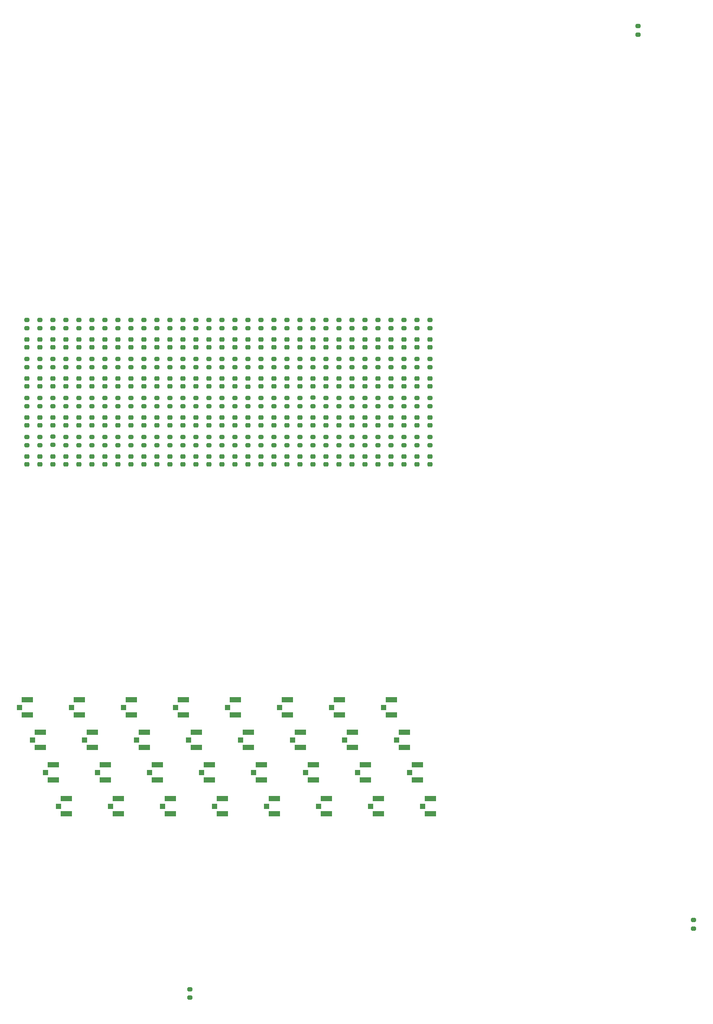
<source format=gtp>
G04 #@! TF.GenerationSoftware,KiCad,Pcbnew,(6.0.2)*
G04 #@! TF.CreationDate,2022-07-06T14:10:19-04:00*
G04 #@! TF.ProjectId,FilterMotherboard,46696c74-6572-44d6-9f74-686572626f61,rev?*
G04 #@! TF.SameCoordinates,Original*
G04 #@! TF.FileFunction,Paste,Top*
G04 #@! TF.FilePolarity,Positive*
%FSLAX46Y46*%
G04 Gerber Fmt 4.6, Leading zero omitted, Abs format (unit mm)*
G04 Created by KiCad (PCBNEW (6.0.2)) date 2022-07-06 14:10:19*
%MOMM*%
%LPD*%
G01*
G04 APERTURE LIST*
G04 Aperture macros list*
%AMRoundRect*
0 Rectangle with rounded corners*
0 $1 Rounding radius*
0 $2 $3 $4 $5 $6 $7 $8 $9 X,Y pos of 4 corners*
0 Add a 4 corners polygon primitive as box body*
4,1,4,$2,$3,$4,$5,$6,$7,$8,$9,$2,$3,0*
0 Add four circle primitives for the rounded corners*
1,1,$1+$1,$2,$3*
1,1,$1+$1,$4,$5*
1,1,$1+$1,$6,$7*
1,1,$1+$1,$8,$9*
0 Add four rect primitives between the rounded corners*
20,1,$1+$1,$2,$3,$4,$5,0*
20,1,$1+$1,$4,$5,$6,$7,0*
20,1,$1+$1,$6,$7,$8,$9,0*
20,1,$1+$1,$8,$9,$2,$3,0*%
G04 Aperture macros list end*
%ADD10R,2.200000X1.050000*%
%ADD11R,1.050000X1.000000*%
%ADD12RoundRect,0.225000X0.250000X-0.225000X0.250000X0.225000X-0.250000X0.225000X-0.250000X-0.225000X0*%
%ADD13RoundRect,0.200000X0.275000X-0.200000X0.275000X0.200000X-0.275000X0.200000X-0.275000X-0.200000X0*%
%ADD14RoundRect,0.200000X-0.275000X0.200000X-0.275000X-0.200000X0.275000X-0.200000X0.275000X0.200000X0*%
G04 APERTURE END LIST*
D10*
X76310000Y-156202040D03*
X76310000Y-159152040D03*
D11*
X74785000Y-157677040D03*
D12*
X76200000Y-75705000D03*
X76200000Y-74155000D03*
D13*
X81280000Y-87185000D03*
X81280000Y-85535000D03*
X48260000Y-79565000D03*
X48260000Y-77915000D03*
D10*
X73770000Y-149596000D03*
X73770000Y-152546000D03*
D11*
X72245000Y-151071000D03*
D12*
X83820000Y-75705000D03*
X83820000Y-74155000D03*
D13*
X76200000Y-87185000D03*
X76200000Y-85535000D03*
X20320000Y-64325000D03*
X20320000Y-62675000D03*
X66040000Y-79565000D03*
X66040000Y-77915000D03*
D12*
X33020000Y-90945000D03*
X33020000Y-89395000D03*
D13*
X15240000Y-71945000D03*
X15240000Y-70295000D03*
D12*
X40640000Y-68085000D03*
X40640000Y-66535000D03*
X86360000Y-75705000D03*
X86360000Y-74155000D03*
X27940000Y-90945000D03*
X27940000Y-89395000D03*
X15240000Y-90945000D03*
X15240000Y-89395000D03*
D13*
X78740000Y-79565000D03*
X78740000Y-77915000D03*
X12700000Y-87135000D03*
X12700000Y-85485000D03*
D12*
X7620000Y-90945000D03*
X7620000Y-89395000D03*
D13*
X63500000Y-71945000D03*
X63500000Y-70295000D03*
X71120000Y-79565000D03*
X71120000Y-77915000D03*
D12*
X43180000Y-75705000D03*
X43180000Y-74155000D03*
X60960000Y-75705000D03*
X60960000Y-74155000D03*
D13*
X33020000Y-71945000D03*
X33020000Y-70295000D03*
D12*
X55880000Y-83325000D03*
X55880000Y-81775000D03*
D13*
X7620000Y-64325000D03*
X7620000Y-62675000D03*
X17780000Y-71945000D03*
X17780000Y-70295000D03*
D10*
X30590000Y-143246000D03*
X30590000Y-146196000D03*
D11*
X29065000Y-144721000D03*
D12*
X27940000Y-75705000D03*
X27940000Y-74155000D03*
D13*
X22860000Y-87185000D03*
X22860000Y-85535000D03*
D12*
X40640000Y-75705000D03*
X40640000Y-74155000D03*
D13*
X55880000Y-71945000D03*
X55880000Y-70295000D03*
D12*
X35560000Y-68085000D03*
X35560000Y-66535000D03*
X81280000Y-75705000D03*
X81280000Y-74155000D03*
X53340000Y-83325000D03*
X53340000Y-81775000D03*
D13*
X81280000Y-71945000D03*
X81280000Y-70295000D03*
X83820000Y-87185000D03*
X83820000Y-85535000D03*
X17780000Y-87185000D03*
X17780000Y-85535000D03*
D12*
X30480000Y-90945000D03*
X30480000Y-89395000D03*
X68580000Y-75705000D03*
X68580000Y-74155000D03*
X45720000Y-83325000D03*
X45720000Y-81775000D03*
D13*
X86360000Y-64325000D03*
X86360000Y-62675000D03*
D12*
X58420000Y-83325000D03*
X58420000Y-81775000D03*
X78740000Y-83325000D03*
X78740000Y-81775000D03*
D13*
X40640000Y-79565000D03*
X40640000Y-77915000D03*
D12*
X63500000Y-75705000D03*
X63500000Y-74155000D03*
D13*
X30480000Y-79565000D03*
X30480000Y-77915000D03*
D12*
X73660000Y-68085000D03*
X73660000Y-66535000D03*
D10*
X71230000Y-143246000D03*
X71230000Y-146196000D03*
D11*
X69705000Y-144721000D03*
D13*
X22860000Y-71945000D03*
X22860000Y-70295000D03*
D12*
X35560000Y-75705000D03*
X35560000Y-74155000D03*
D13*
X22860000Y-79565000D03*
X22860000Y-77915000D03*
D12*
X43180000Y-83325000D03*
X43180000Y-81775000D03*
X7620000Y-75705000D03*
X7620000Y-74155000D03*
D13*
X38100000Y-79565000D03*
X38100000Y-77915000D03*
D12*
X73660000Y-75705000D03*
X73660000Y-74155000D03*
X27940000Y-68085000D03*
X27940000Y-66535000D03*
D13*
X27940000Y-64325000D03*
X27940000Y-62675000D03*
X60960000Y-79565000D03*
X60960000Y-77915000D03*
D12*
X17780000Y-90945000D03*
X17780000Y-89395000D03*
D10*
X12810000Y-149596000D03*
X12810000Y-152546000D03*
D11*
X11285000Y-151071000D03*
D13*
X71120000Y-64325000D03*
X71120000Y-62675000D03*
X7620000Y-79565000D03*
X7620000Y-77915000D03*
D12*
X38100000Y-90945000D03*
X38100000Y-89395000D03*
D13*
X38100000Y-87185000D03*
X38100000Y-85535000D03*
X38100000Y-64325000D03*
X38100000Y-62675000D03*
X66040000Y-87185000D03*
X66040000Y-85535000D03*
X66040000Y-71945000D03*
X66040000Y-70295000D03*
D12*
X7620000Y-83325000D03*
X7620000Y-81775000D03*
X33020000Y-83325000D03*
X33020000Y-81775000D03*
D13*
X15240000Y-79565000D03*
X15240000Y-77915000D03*
D10*
X66150000Y-156202040D03*
X66150000Y-159152040D03*
D11*
X64625000Y-157677040D03*
D12*
X63500000Y-90945000D03*
X63500000Y-89395000D03*
D13*
X78740000Y-64325000D03*
X78740000Y-62675000D03*
D12*
X60960000Y-90945000D03*
X60960000Y-89395000D03*
X15240000Y-68085000D03*
X15240000Y-66535000D03*
D13*
X45720000Y-79565000D03*
X45720000Y-77915000D03*
X78740000Y-87185000D03*
X78740000Y-85535000D03*
D12*
X10160000Y-68085000D03*
X10160000Y-66535000D03*
X45720000Y-90945000D03*
X45720000Y-89395000D03*
X76200000Y-90945000D03*
X76200000Y-89395000D03*
D13*
X25400000Y-64325000D03*
X25400000Y-62675000D03*
X43180000Y-79565000D03*
X43180000Y-77915000D03*
X30480000Y-71945000D03*
X30480000Y-70295000D03*
D12*
X78740000Y-90945000D03*
X78740000Y-89395000D03*
D10*
X35670000Y-156202040D03*
X35670000Y-159152040D03*
D11*
X34145000Y-157677040D03*
D12*
X7620000Y-68085000D03*
X7620000Y-66535000D03*
X27940000Y-83325000D03*
X27940000Y-81775000D03*
D13*
X35560000Y-64325000D03*
X35560000Y-62675000D03*
X12700000Y-71945000D03*
X12700000Y-70295000D03*
D12*
X17780000Y-83325000D03*
X17780000Y-81775000D03*
D13*
X48260000Y-87185000D03*
X48260000Y-85535000D03*
X58420000Y-64325000D03*
X58420000Y-62675000D03*
D12*
X30480000Y-75705000D03*
X30480000Y-74155000D03*
X81280000Y-68085000D03*
X81280000Y-66535000D03*
X71120000Y-83325000D03*
X71120000Y-81775000D03*
D13*
X60960000Y-87185000D03*
X60960000Y-85535000D03*
X50800000Y-71945000D03*
X50800000Y-70295000D03*
D12*
X66040000Y-90945000D03*
X66040000Y-89395000D03*
D13*
X35560000Y-71945000D03*
X35560000Y-70295000D03*
X63500000Y-64325000D03*
X63500000Y-62675000D03*
D12*
X20320000Y-68085000D03*
X20320000Y-66535000D03*
D13*
X45720000Y-64325000D03*
X45720000Y-62675000D03*
D10*
X7730000Y-136898045D03*
X7730000Y-139848045D03*
D11*
X6205000Y-138373045D03*
D14*
X39446941Y-193401965D03*
X39446941Y-195051965D03*
D12*
X45720000Y-68085000D03*
X45720000Y-66535000D03*
D13*
X83820000Y-71945000D03*
X83820000Y-70295000D03*
D10*
X68690000Y-136898040D03*
X68690000Y-139848040D03*
D11*
X67165000Y-138373040D03*
D12*
X22860000Y-68085000D03*
X22860000Y-66535000D03*
X25400000Y-75705000D03*
X25400000Y-74155000D03*
X33020000Y-75705000D03*
X33020000Y-74155000D03*
X38100000Y-68085000D03*
X38100000Y-66535000D03*
X48260000Y-75705000D03*
X48260000Y-74155000D03*
D10*
X20430000Y-143246000D03*
X20430000Y-146196000D03*
D11*
X18905000Y-144721000D03*
D12*
X66040000Y-68085000D03*
X66040000Y-66535000D03*
D13*
X73660000Y-71945000D03*
X73660000Y-70295000D03*
D12*
X58420000Y-90945000D03*
X58420000Y-89395000D03*
D14*
X127000000Y-5350000D03*
X127000000Y-7000000D03*
D12*
X38100000Y-83325000D03*
X38100000Y-81775000D03*
D10*
X81390000Y-143246000D03*
X81390000Y-146196000D03*
D11*
X79865000Y-144721000D03*
D12*
X68580000Y-68085000D03*
X68580000Y-66535000D03*
X10160000Y-75705000D03*
X10160000Y-74155000D03*
D10*
X15350000Y-156202040D03*
X15350000Y-159152040D03*
D11*
X13825000Y-157677040D03*
D12*
X68580000Y-83325000D03*
X68580000Y-81775000D03*
X22860000Y-83325000D03*
X22860000Y-81775000D03*
X40640000Y-83325000D03*
X40640000Y-81775000D03*
D13*
X25400000Y-71945000D03*
X25400000Y-70295000D03*
D12*
X83820000Y-68085000D03*
X83820000Y-66535000D03*
X86360000Y-83325000D03*
X86360000Y-81775000D03*
D13*
X27940000Y-79565000D03*
X27940000Y-77915000D03*
D12*
X86360000Y-90945000D03*
X86360000Y-89395000D03*
D10*
X61070000Y-143246000D03*
X61070000Y-146196000D03*
D11*
X59545000Y-144721000D03*
D13*
X27940000Y-71945000D03*
X27940000Y-70295000D03*
X58420000Y-87185000D03*
X58420000Y-85535000D03*
D12*
X53340000Y-68085000D03*
X53340000Y-66535000D03*
X78740000Y-68085000D03*
X78740000Y-66535000D03*
X81280000Y-83325000D03*
X81280000Y-81775000D03*
D13*
X17780000Y-79565000D03*
X17780000Y-77915000D03*
X25400000Y-79565000D03*
X25400000Y-77915000D03*
D12*
X48260000Y-68085000D03*
X48260000Y-66535000D03*
X12700000Y-68085000D03*
X12700000Y-66535000D03*
D13*
X10160000Y-87185000D03*
X10160000Y-85535000D03*
X25400000Y-87185000D03*
X25400000Y-85535000D03*
X86360000Y-79565000D03*
X86360000Y-77915000D03*
X86360000Y-87185000D03*
X86360000Y-85535000D03*
D12*
X76200000Y-83325000D03*
X76200000Y-81775000D03*
D13*
X81280000Y-64325000D03*
X81280000Y-62675000D03*
X38100000Y-71945000D03*
X38100000Y-70295000D03*
X43180000Y-87185000D03*
X43180000Y-85535000D03*
D10*
X28050000Y-136898040D03*
X28050000Y-139848040D03*
D11*
X26525000Y-138373040D03*
D13*
X33020000Y-87185000D03*
X33020000Y-85535000D03*
D12*
X12700000Y-83325000D03*
X12700000Y-81775000D03*
X12700000Y-90945000D03*
X12700000Y-89395000D03*
D13*
X10160000Y-64325000D03*
X10160000Y-62675000D03*
D12*
X33020000Y-68085000D03*
X33020000Y-66535000D03*
X43180000Y-68085000D03*
X43180000Y-66535000D03*
D13*
X50800000Y-87185000D03*
X50800000Y-85535000D03*
D12*
X55880000Y-90945000D03*
X55880000Y-89395000D03*
X20320000Y-75705000D03*
X20320000Y-74155000D03*
X38100000Y-75705000D03*
X38100000Y-74155000D03*
D13*
X83820000Y-79565000D03*
X83820000Y-77915000D03*
D10*
X17890000Y-136898040D03*
X17890000Y-139848040D03*
D11*
X16365000Y-138373040D03*
D12*
X48260000Y-90945000D03*
X48260000Y-89395000D03*
D13*
X55880000Y-79565000D03*
X55880000Y-77915000D03*
D12*
X71120000Y-75705000D03*
X71120000Y-74155000D03*
X73660000Y-90945000D03*
X73660000Y-89395000D03*
X22860000Y-90945000D03*
X22860000Y-89395000D03*
X48260000Y-83325000D03*
X48260000Y-81775000D03*
X83820000Y-90945000D03*
X83820000Y-89395000D03*
D13*
X73660000Y-87185000D03*
X73660000Y-85535000D03*
X33020000Y-79565000D03*
X33020000Y-77915000D03*
D10*
X33130000Y-149596000D03*
X33130000Y-152546000D03*
D11*
X31605000Y-151071000D03*
D13*
X12700000Y-64325000D03*
X12700000Y-62675000D03*
X63500000Y-79535000D03*
X63500000Y-77885000D03*
X83820000Y-64325000D03*
X83820000Y-62675000D03*
X60960000Y-64325000D03*
X60960000Y-62675000D03*
X58420000Y-71945000D03*
X58420000Y-70295000D03*
D12*
X17780000Y-75705000D03*
X17780000Y-74155000D03*
D13*
X40640000Y-71945000D03*
X40640000Y-70295000D03*
D12*
X53340000Y-75705000D03*
X53340000Y-74155000D03*
D13*
X53340000Y-71945000D03*
X53340000Y-70295000D03*
D12*
X20320000Y-90945000D03*
X20320000Y-89395000D03*
D13*
X27940000Y-87185000D03*
X27940000Y-85535000D03*
D10*
X53450000Y-149596000D03*
X53450000Y-152546000D03*
D11*
X51925000Y-151071000D03*
D10*
X40750000Y-143246000D03*
X40750000Y-146196000D03*
D11*
X39225000Y-144721000D03*
D12*
X17780000Y-68085000D03*
X17780000Y-66535000D03*
X66040000Y-83325000D03*
X66040000Y-81775000D03*
D13*
X55880000Y-64325000D03*
X55880000Y-62675000D03*
D12*
X60960000Y-68085000D03*
X60960000Y-66535000D03*
D13*
X68580000Y-64325000D03*
X68580000Y-62675000D03*
X73660000Y-79565000D03*
X73660000Y-77915000D03*
X45720000Y-87185000D03*
X45720000Y-85535000D03*
X53340000Y-79565000D03*
X53340000Y-77915000D03*
D12*
X73660000Y-83325000D03*
X73660000Y-81775000D03*
D13*
X45720000Y-71945000D03*
X45720000Y-70295000D03*
D10*
X25510000Y-156202040D03*
X25510000Y-159152040D03*
D11*
X23985000Y-157677040D03*
D13*
X17780000Y-64325000D03*
X17780000Y-62675000D03*
D10*
X45830000Y-156202040D03*
X45830000Y-159152040D03*
D11*
X44305000Y-157677040D03*
D10*
X63610000Y-149596000D03*
X63610000Y-152546000D03*
D11*
X62085000Y-151071000D03*
D12*
X81280000Y-90945000D03*
X81280000Y-89395000D03*
D13*
X20320000Y-71945000D03*
X20320000Y-70295000D03*
X40640000Y-64325000D03*
X40640000Y-62675000D03*
X35560000Y-79565000D03*
X35560000Y-77915000D03*
X43180000Y-71945000D03*
X43180000Y-70295000D03*
D10*
X78850000Y-136898040D03*
X78850000Y-139848040D03*
D11*
X77325000Y-138373040D03*
D13*
X53340000Y-87185000D03*
X53340000Y-85535000D03*
D10*
X22970000Y-149596000D03*
X22970000Y-152546000D03*
D11*
X21445000Y-151071000D03*
D13*
X10160000Y-71945000D03*
X10160000Y-70295000D03*
D12*
X50800000Y-68085000D03*
X50800000Y-66535000D03*
D13*
X7620000Y-87185000D03*
X7620000Y-85535000D03*
X66040000Y-64325000D03*
X66040000Y-62675000D03*
D10*
X55990000Y-156202040D03*
X55990000Y-159152040D03*
D11*
X54465000Y-157677040D03*
D13*
X15240000Y-87185000D03*
X15240000Y-85535000D03*
D12*
X30480000Y-83325000D03*
X30480000Y-81775000D03*
X40640000Y-90945000D03*
X40640000Y-89395000D03*
X22860000Y-75705000D03*
X22860000Y-74155000D03*
X76200000Y-68085000D03*
X76200000Y-66535000D03*
D13*
X50800000Y-64325000D03*
X50800000Y-62675000D03*
D12*
X53340000Y-90945000D03*
X53340000Y-89395000D03*
X78740000Y-75705000D03*
X78740000Y-74155000D03*
D10*
X38210000Y-136898040D03*
X38210000Y-139848040D03*
D11*
X36685000Y-138373040D03*
D13*
X76200000Y-71945000D03*
X76200000Y-70295000D03*
X20320000Y-87185000D03*
X20320000Y-85535000D03*
D12*
X20320000Y-83325000D03*
X20320000Y-81775000D03*
X63500000Y-68085000D03*
X63500000Y-66535000D03*
X63500000Y-83325000D03*
X63500000Y-81775000D03*
X58420000Y-68085000D03*
X58420000Y-66535000D03*
X30480000Y-68085000D03*
X30480000Y-66535000D03*
X50800000Y-90945000D03*
X50800000Y-89395000D03*
D13*
X68580000Y-79565000D03*
X68580000Y-77915000D03*
X60960000Y-71945000D03*
X60960000Y-70295000D03*
D12*
X55880000Y-75705000D03*
X55880000Y-74155000D03*
D13*
X68580000Y-71945000D03*
X68580000Y-70295000D03*
X30480000Y-64325000D03*
X30480000Y-62675000D03*
X50800000Y-79565000D03*
X50800000Y-77915000D03*
X58420000Y-79565000D03*
X58420000Y-77915000D03*
X15240000Y-64325000D03*
X15240000Y-62675000D03*
D12*
X50800000Y-83325000D03*
X50800000Y-81775000D03*
D13*
X81280000Y-79565000D03*
X81280000Y-77915000D03*
D12*
X10160000Y-90945000D03*
X10160000Y-89395000D03*
X83820000Y-83325000D03*
X83820000Y-81775000D03*
D13*
X71120000Y-71945000D03*
X71120000Y-70295000D03*
D12*
X25400000Y-68085000D03*
X25400000Y-66535000D03*
D10*
X10270000Y-143246000D03*
X10270000Y-146196000D03*
D11*
X8745000Y-144721000D03*
D13*
X30480000Y-87185000D03*
X30480000Y-85535000D03*
X22860000Y-64325000D03*
X22860000Y-62675000D03*
X33020000Y-64325000D03*
X33020000Y-62675000D03*
X63500000Y-87185000D03*
X63500000Y-85535000D03*
D12*
X25400000Y-83325000D03*
X25400000Y-81775000D03*
D13*
X48260000Y-71945000D03*
X48260000Y-70295000D03*
X76200000Y-79565000D03*
X76200000Y-77915000D03*
D10*
X50910000Y-143246000D03*
X50910000Y-146196000D03*
D11*
X49385000Y-144721000D03*
D12*
X45720000Y-75705000D03*
X45720000Y-74155000D03*
D10*
X86470000Y-156202040D03*
X86470000Y-159152040D03*
D11*
X84945000Y-157677040D03*
D13*
X43180000Y-64325000D03*
X43180000Y-62675000D03*
D12*
X55880000Y-68085000D03*
X55880000Y-66535000D03*
D14*
X137830000Y-179925000D03*
X137830000Y-181575000D03*
D12*
X10160000Y-83325000D03*
X10160000Y-81775000D03*
D13*
X55880000Y-87185000D03*
X55880000Y-85535000D03*
X35560000Y-87185000D03*
X35560000Y-85535000D03*
X76200000Y-64325000D03*
X76200000Y-62675000D03*
D12*
X43180000Y-90945000D03*
X43180000Y-89395000D03*
D10*
X43290000Y-149596000D03*
X43290000Y-152546000D03*
D11*
X41765000Y-151071000D03*
D12*
X68580000Y-90945000D03*
X68580000Y-89395000D03*
D13*
X48260000Y-64325000D03*
X48260000Y-62675000D03*
D12*
X15240000Y-75705000D03*
X15240000Y-74155000D03*
D13*
X20320000Y-79565000D03*
X20320000Y-77915000D03*
D12*
X58420000Y-75705000D03*
X58420000Y-74155000D03*
X35560000Y-83325000D03*
X35560000Y-81775000D03*
D10*
X48370000Y-136898040D03*
X48370000Y-139848040D03*
D11*
X46845000Y-138373040D03*
D12*
X35560000Y-90945000D03*
X35560000Y-89395000D03*
X12700000Y-75705000D03*
X12700000Y-74155000D03*
X25400000Y-90945000D03*
X25400000Y-89395000D03*
D10*
X83930000Y-149596000D03*
X83930000Y-152546000D03*
D11*
X82405000Y-151071000D03*
D13*
X10160000Y-79565000D03*
X10160000Y-77915000D03*
D12*
X50800000Y-75735000D03*
X50800000Y-74185000D03*
D13*
X86360000Y-71945000D03*
X86360000Y-70295000D03*
D12*
X15240000Y-83325000D03*
X15240000Y-81775000D03*
D13*
X78740000Y-71945000D03*
X78740000Y-70295000D03*
X40640000Y-87185000D03*
X40640000Y-85535000D03*
X68580000Y-87185000D03*
X68580000Y-85535000D03*
X7620000Y-71945000D03*
X7620000Y-70295000D03*
X73660000Y-64325000D03*
X73660000Y-62675000D03*
D12*
X86360000Y-68085000D03*
X86360000Y-66535000D03*
X66040000Y-75705000D03*
X66040000Y-74155000D03*
X71120000Y-68085000D03*
X71120000Y-66535000D03*
D13*
X71120000Y-87185000D03*
X71120000Y-85535000D03*
D12*
X60960000Y-83325000D03*
X60960000Y-81775000D03*
D10*
X58530000Y-136898040D03*
X58530000Y-139848040D03*
D11*
X57005000Y-138373040D03*
D13*
X12700000Y-79565000D03*
X12700000Y-77915000D03*
X53340000Y-64325000D03*
X53340000Y-62675000D03*
D12*
X71120000Y-90945000D03*
X71120000Y-89395000D03*
M02*

</source>
